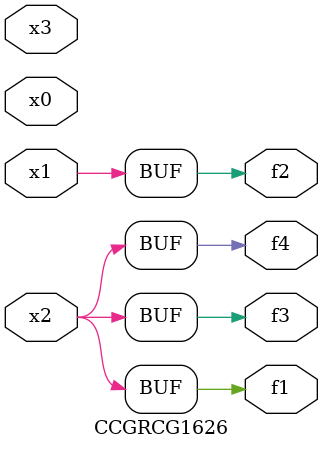
<source format=v>
module CCGRCG1626(
	input x0, x1, x2, x3,
	output f1, f2, f3, f4
);
	assign f1 = x2;
	assign f2 = x1;
	assign f3 = x2;
	assign f4 = x2;
endmodule

</source>
